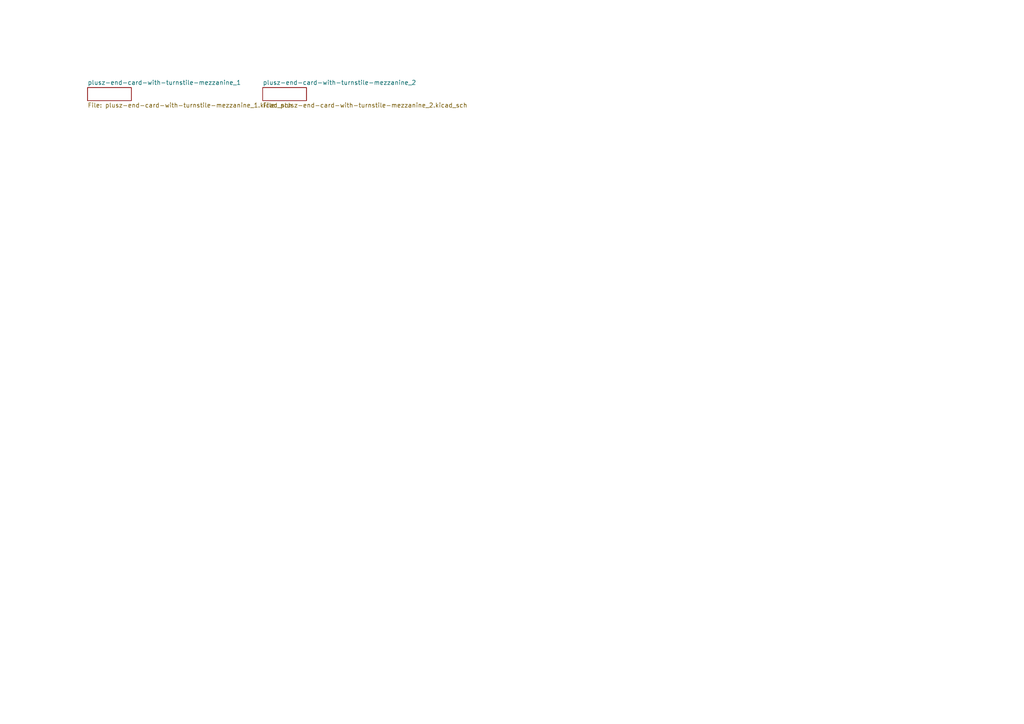
<source format=kicad_sch>
(kicad_sch
	(version 20250114)
	(generator "eeschema")
	(generator_version "9.0")
	(uuid "926ef6b1-cef8-41d3-b64f-7596631468b1")
	(paper "A4")
	(lib_symbols)
	(sheet
		(at 76.2 25.4)
		(size 12.7 3.81)
		(exclude_from_sim no)
		(in_bom yes)
		(on_board yes)
		(dnp no)
		(fields_autoplaced yes)
		(stroke
			(width 0)
			(type solid)
		)
		(fill
			(color 0 0 0 0.0000)
		)
		(uuid "6ae1025d-384f-4406-9c7a-0decf7def24d")
		(property "Sheetname" "plusz-end-card-with-turnstile-mezzanine_2"
			(at 76.2 24.6884 0)
			(effects
				(font
					(size 1.27 1.27)
				)
				(justify left bottom)
			)
		)
		(property "Sheetfile" "plusz-end-card-with-turnstile-mezzanine_2.kicad_sch"
			(at 76.2 29.7946 0)
			(effects
				(font
					(size 1.27 1.27)
				)
				(justify left top)
			)
		)
		(instances
			(project "plusz-end-card-with-turnstile-mezzanine"
				(path "/926ef6b1-cef8-41d3-b64f-7596631468b1"
					(page "2")
				)
			)
		)
	)
	(sheet
		(at 25.4 25.4)
		(size 12.7 3.81)
		(exclude_from_sim no)
		(in_bom yes)
		(on_board yes)
		(dnp no)
		(fields_autoplaced yes)
		(stroke
			(width 0)
			(type solid)
		)
		(fill
			(color 0 0 0 0.0000)
		)
		(uuid "90045a18-e221-470e-a128-a2886c5393df")
		(property "Sheetname" "plusz-end-card-with-turnstile-mezzanine_1"
			(at 25.4 24.6884 0)
			(effects
				(font
					(size 1.27 1.27)
				)
				(justify left bottom)
			)
		)
		(property "Sheetfile" "plusz-end-card-with-turnstile-mezzanine_1.kicad_sch"
			(at 25.4 29.7946 0)
			(effects
				(font
					(size 1.27 1.27)
				)
				(justify left top)
			)
		)
		(instances
			(project "plusz-end-card-with-turnstile-mezzanine"
				(path "/926ef6b1-cef8-41d3-b64f-7596631468b1"
					(page "1")
				)
			)
		)
	)
	(sheet_instances
		(path "/"
			(page "1")
		)
	)
	(embedded_fonts no)
)

</source>
